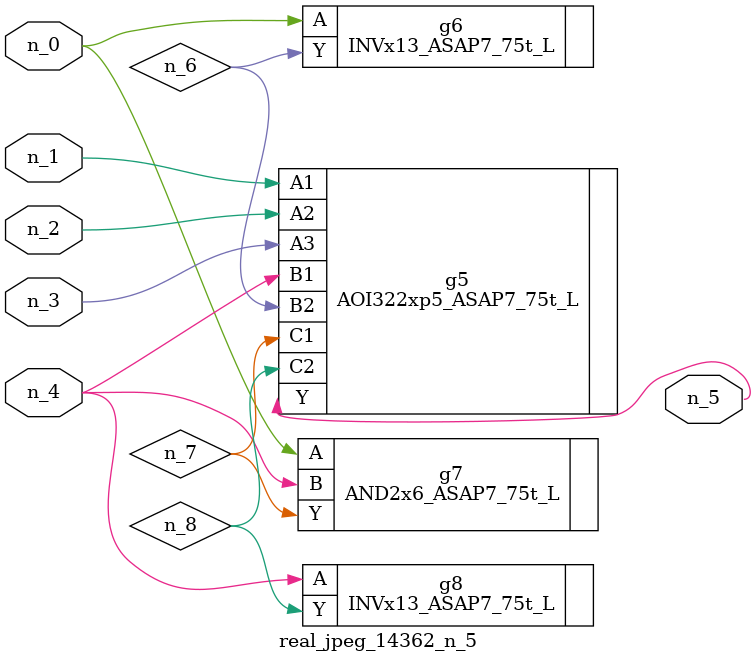
<source format=v>
module real_jpeg_14362_n_5 (n_4, n_0, n_1, n_2, n_3, n_5);

input n_4;
input n_0;
input n_1;
input n_2;
input n_3;

output n_5;

wire n_8;
wire n_6;
wire n_7;

INVx13_ASAP7_75t_L g6 ( 
.A(n_0),
.Y(n_6)
);

AND2x6_ASAP7_75t_L g7 ( 
.A(n_0),
.B(n_4),
.Y(n_7)
);

AOI322xp5_ASAP7_75t_L g5 ( 
.A1(n_1),
.A2(n_2),
.A3(n_3),
.B1(n_4),
.B2(n_6),
.C1(n_7),
.C2(n_8),
.Y(n_5)
);

INVx13_ASAP7_75t_L g8 ( 
.A(n_4),
.Y(n_8)
);


endmodule
</source>
